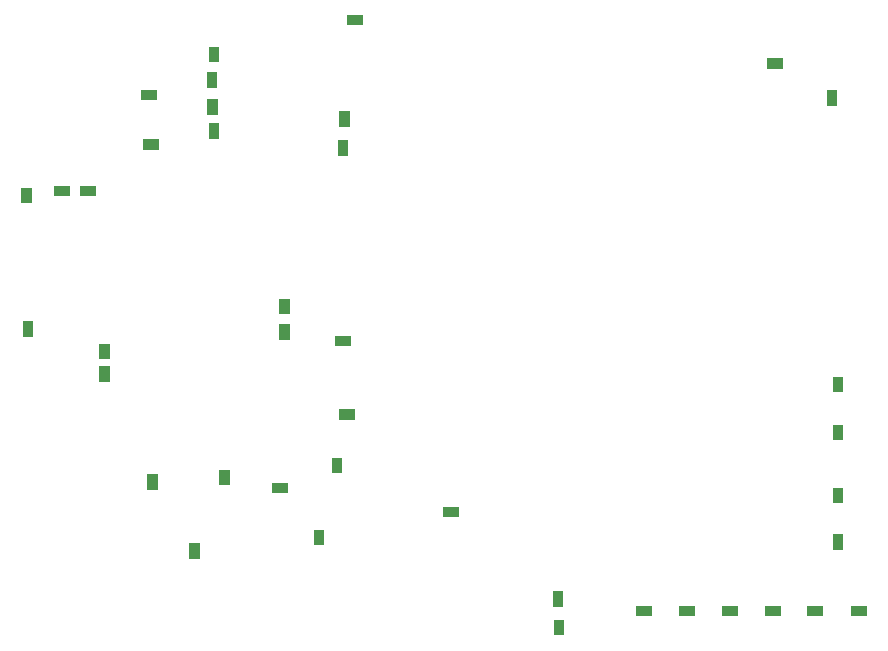
<source format=gbr>
%TF.GenerationSoftware,Altium Limited,Altium Designer,24.10.1 (45)*%
G04 Layer_Color=16711935*
%FSLAX25Y25*%
%MOIN*%
%TF.SameCoordinates,9950C81B-CD0A-4F44-AB06-5448DEDD42A1*%
%TF.FilePolarity,Positive*%
%TF.FileFunction,Keep-out,Top*%
%TF.Part,Single*%
G01*
G75*
G36*
X228150Y327700D02*
X222850D01*
Y331200D01*
X228150D01*
Y327700D01*
D02*
G37*
G36*
X180250Y315350D02*
X176750D01*
Y320650D01*
X180250D01*
Y315350D01*
D02*
G37*
G36*
X368150Y313250D02*
X362850D01*
Y316750D01*
X368150D01*
Y313250D01*
D02*
G37*
G36*
X179700Y306850D02*
X176200D01*
Y312150D01*
X179700D01*
Y306850D01*
D02*
G37*
G36*
X159650Y302750D02*
X154350D01*
Y306250D01*
X159650D01*
Y302750D01*
D02*
G37*
G36*
X386250Y300850D02*
X382750D01*
Y306150D01*
X386250D01*
Y300850D01*
D02*
G37*
G36*
X179750Y297850D02*
X176250D01*
Y303150D01*
X179750D01*
Y297850D01*
D02*
G37*
G36*
X223750Y293800D02*
X220250D01*
Y299100D01*
X223750D01*
Y293800D01*
D02*
G37*
G36*
X180250Y289850D02*
X176750D01*
Y295150D01*
X180250D01*
Y289850D01*
D02*
G37*
G36*
X160150Y286250D02*
X154850D01*
Y289750D01*
X160150D01*
Y286250D01*
D02*
G37*
G36*
X223250Y284300D02*
X219750D01*
Y289600D01*
X223250D01*
Y284300D01*
D02*
G37*
G36*
X139150Y270750D02*
X133850D01*
Y274250D01*
X139150D01*
Y270750D01*
D02*
G37*
G36*
X130650D02*
X125350D01*
Y274250D01*
X130650D01*
Y270750D01*
D02*
G37*
G36*
X117750Y268350D02*
X114250D01*
Y273650D01*
X117750D01*
Y268350D01*
D02*
G37*
G36*
X203750Y231350D02*
X200250D01*
Y236650D01*
X203750D01*
Y231350D01*
D02*
G37*
G36*
X118250Y223850D02*
X114750D01*
Y229150D01*
X118250D01*
Y223850D01*
D02*
G37*
G36*
X203800Y222850D02*
X200300D01*
Y228150D01*
X203800D01*
Y222850D01*
D02*
G37*
G36*
X224150Y220750D02*
X218850D01*
Y224250D01*
X224150D01*
Y220750D01*
D02*
G37*
G36*
X143750Y216350D02*
X140250D01*
Y221650D01*
X143750D01*
Y216350D01*
D02*
G37*
G36*
Y208850D02*
X140250D01*
Y214150D01*
X143750D01*
Y208850D01*
D02*
G37*
G36*
X388250Y205350D02*
X384750D01*
Y210650D01*
X388250D01*
Y205350D01*
D02*
G37*
G36*
X225650Y196250D02*
X220350D01*
Y199750D01*
X225650D01*
Y196250D01*
D02*
G37*
G36*
X388250Y189350D02*
X384750D01*
Y194650D01*
X388250D01*
Y189350D01*
D02*
G37*
G36*
X221250Y178350D02*
X217750D01*
Y183650D01*
X221250D01*
Y178350D01*
D02*
G37*
G36*
X183750Y174350D02*
X180250D01*
Y179650D01*
X183750D01*
Y174350D01*
D02*
G37*
G36*
X159750Y172850D02*
X156250D01*
Y178150D01*
X159750D01*
Y172850D01*
D02*
G37*
G36*
X203150Y171750D02*
X197850D01*
Y175250D01*
X203150D01*
Y171750D01*
D02*
G37*
G36*
X388250Y168350D02*
X384750D01*
Y173650D01*
X388250D01*
Y168350D01*
D02*
G37*
G36*
X260150Y163750D02*
X254850D01*
Y167250D01*
X260150D01*
Y163750D01*
D02*
G37*
G36*
X215250Y154350D02*
X211750D01*
Y159650D01*
X215250D01*
Y154350D01*
D02*
G37*
G36*
X388250Y152850D02*
X384750D01*
Y158150D01*
X388250D01*
Y152850D01*
D02*
G37*
G36*
X173750Y149850D02*
X170250D01*
Y155150D01*
X173750D01*
Y149850D01*
D02*
G37*
G36*
X295000Y133850D02*
X291500D01*
Y139150D01*
X295000D01*
Y133850D01*
D02*
G37*
G36*
X396150Y130750D02*
X390850D01*
Y134250D01*
X396150D01*
Y130750D01*
D02*
G37*
G36*
X381650D02*
X376350D01*
Y134250D01*
X381650D01*
Y130750D01*
D02*
G37*
G36*
X367520D02*
X362220D01*
Y134250D01*
X367520D01*
Y130750D01*
D02*
G37*
G36*
X353230D02*
X347930D01*
Y134250D01*
X353230D01*
Y130750D01*
D02*
G37*
G36*
X338940D02*
X333640D01*
Y134250D01*
X338940D01*
Y130750D01*
D02*
G37*
G36*
X324650D02*
X319350D01*
Y134250D01*
X324650D01*
Y130750D01*
D02*
G37*
G36*
X295250Y124350D02*
X291750D01*
Y129650D01*
X295250D01*
Y124350D01*
D02*
G37*
%TF.MD5,5e62d809d9123683afbf76049fc7e677*%
M02*

</source>
